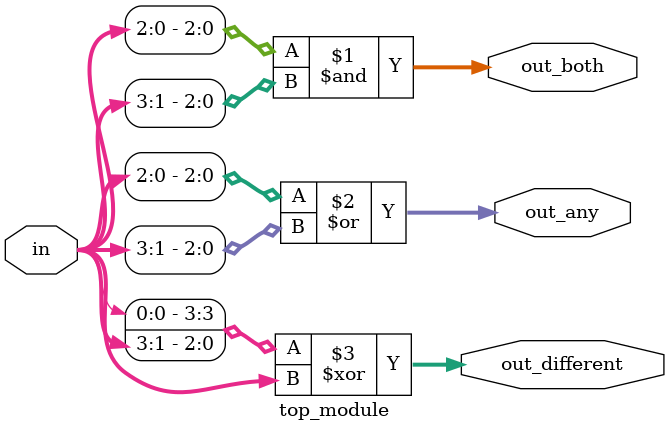
<source format=sv>
module top_module (
	input [3:0] in,
	output [2:0] out_both,
	output [3:1] out_any,
	output [3:0] out_different
);
	
	assign out_both = in[2:0] & in[3:1];
	assign out_any = in[2:0] | in[3:1];
	assign out_different = {in[0], in[3:1]} ^ in[3:0];
endmodule

</source>
